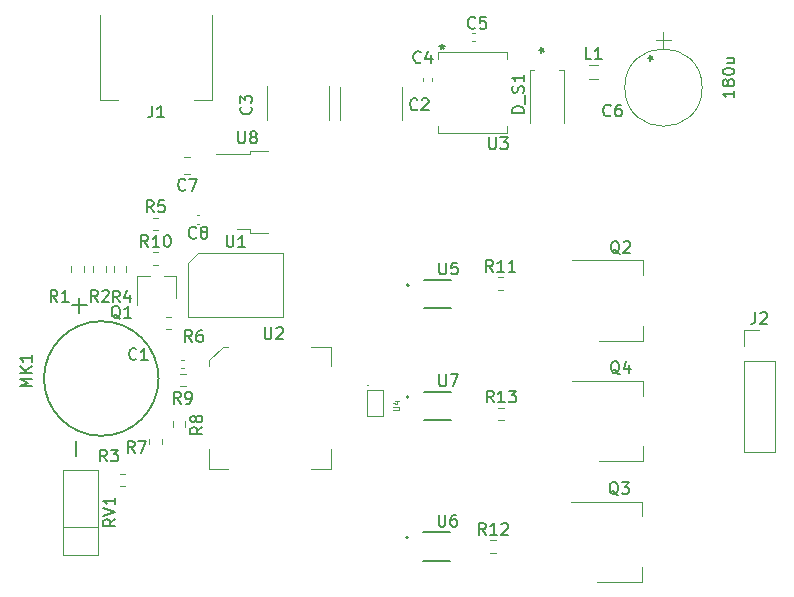
<source format=gto>
G04 #@! TF.GenerationSoftware,KiCad,Pcbnew,(6.0.1-0)*
G04 #@! TF.CreationDate,2022-05-03T07:14:09+06:00*
G04 #@! TF.ProjectId,Sound Sensor,536f756e-6420-4536-956e-736f722e6b69,rev?*
G04 #@! TF.SameCoordinates,Original*
G04 #@! TF.FileFunction,Legend,Top*
G04 #@! TF.FilePolarity,Positive*
%FSLAX46Y46*%
G04 Gerber Fmt 4.6, Leading zero omitted, Abs format (unit mm)*
G04 Created by KiCad (PCBNEW (6.0.1-0)) date 2022-05-03 07:14:09*
%MOMM*%
%LPD*%
G01*
G04 APERTURE LIST*
%ADD10C,0.150000*%
%ADD11C,0.050000*%
%ADD12C,0.120000*%
%ADD13C,0.127000*%
%ADD14C,0.200000*%
%ADD15C,0.100000*%
G04 APERTURE END LIST*
D10*
X177113333Y-132652380D02*
X176780000Y-132176190D01*
X176541904Y-132652380D02*
X176541904Y-131652380D01*
X176922857Y-131652380D01*
X177018095Y-131700000D01*
X177065714Y-131747619D01*
X177113333Y-131842857D01*
X177113333Y-131985714D01*
X177065714Y-132080952D01*
X177018095Y-132128571D01*
X176922857Y-132176190D01*
X176541904Y-132176190D01*
X177589523Y-132652380D02*
X177780000Y-132652380D01*
X177875238Y-132604761D01*
X177922857Y-132557142D01*
X178018095Y-132414285D01*
X178065714Y-132223809D01*
X178065714Y-131842857D01*
X178018095Y-131747619D01*
X177970476Y-131700000D01*
X177875238Y-131652380D01*
X177684761Y-131652380D01*
X177589523Y-131700000D01*
X177541904Y-131747619D01*
X177494285Y-131842857D01*
X177494285Y-132080952D01*
X177541904Y-132176190D01*
X177589523Y-132223809D01*
X177684761Y-132271428D01*
X177875238Y-132271428D01*
X177970476Y-132223809D01*
X178018095Y-132176190D01*
X178065714Y-132080952D01*
X202043333Y-100816142D02*
X201995714Y-100863761D01*
X201852857Y-100911380D01*
X201757619Y-100911380D01*
X201614761Y-100863761D01*
X201519523Y-100768523D01*
X201471904Y-100673285D01*
X201424285Y-100482809D01*
X201424285Y-100339952D01*
X201471904Y-100149476D01*
X201519523Y-100054238D01*
X201614761Y-99959000D01*
X201757619Y-99911380D01*
X201852857Y-99911380D01*
X201995714Y-99959000D01*
X202043333Y-100006619D01*
X202948095Y-99911380D02*
X202471904Y-99911380D01*
X202424285Y-100387571D01*
X202471904Y-100339952D01*
X202567142Y-100292333D01*
X202805238Y-100292333D01*
X202900476Y-100339952D01*
X202948095Y-100387571D01*
X202995714Y-100482809D01*
X202995714Y-100720904D01*
X202948095Y-100816142D01*
X202900476Y-100863761D01*
X202805238Y-100911380D01*
X202567142Y-100911380D01*
X202471904Y-100863761D01*
X202424285Y-100816142D01*
X171572380Y-142425238D02*
X171096190Y-142758571D01*
X171572380Y-142996666D02*
X170572380Y-142996666D01*
X170572380Y-142615714D01*
X170620000Y-142520476D01*
X170667619Y-142472857D01*
X170762857Y-142425238D01*
X170905714Y-142425238D01*
X171000952Y-142472857D01*
X171048571Y-142520476D01*
X171096190Y-142615714D01*
X171096190Y-142996666D01*
X170572380Y-142139523D02*
X171572380Y-141806190D01*
X170572380Y-141472857D01*
X171572380Y-140615714D02*
X171572380Y-141187142D01*
X171572380Y-140901428D02*
X170572380Y-140901428D01*
X170715238Y-140996666D01*
X170810476Y-141091904D01*
X170858095Y-141187142D01*
X178063333Y-127432380D02*
X177730000Y-126956190D01*
X177491904Y-127432380D02*
X177491904Y-126432380D01*
X177872857Y-126432380D01*
X177968095Y-126480000D01*
X178015714Y-126527619D01*
X178063333Y-126622857D01*
X178063333Y-126765714D01*
X178015714Y-126860952D01*
X177968095Y-126908571D01*
X177872857Y-126956190D01*
X177491904Y-126956190D01*
X178920476Y-126432380D02*
X178730000Y-126432380D01*
X178634761Y-126480000D01*
X178587142Y-126527619D01*
X178491904Y-126670476D01*
X178444285Y-126860952D01*
X178444285Y-127241904D01*
X178491904Y-127337142D01*
X178539523Y-127384761D01*
X178634761Y-127432380D01*
X178825238Y-127432380D01*
X178920476Y-127384761D01*
X178968095Y-127337142D01*
X179015714Y-127241904D01*
X179015714Y-127003809D01*
X178968095Y-126908571D01*
X178920476Y-126860952D01*
X178825238Y-126813333D01*
X178634761Y-126813333D01*
X178539523Y-126860952D01*
X178491904Y-126908571D01*
X178444285Y-127003809D01*
X180998095Y-118387380D02*
X180998095Y-119196904D01*
X181045714Y-119292142D01*
X181093333Y-119339761D01*
X181188571Y-119387380D01*
X181379047Y-119387380D01*
X181474285Y-119339761D01*
X181521904Y-119292142D01*
X181569523Y-119196904D01*
X181569523Y-118387380D01*
X182569523Y-119387380D02*
X181998095Y-119387380D01*
X182283809Y-119387380D02*
X182283809Y-118387380D01*
X182188571Y-118530238D01*
X182093333Y-118625476D01*
X181998095Y-118673095D01*
X183047142Y-107525666D02*
X183094761Y-107573285D01*
X183142380Y-107716142D01*
X183142380Y-107811380D01*
X183094761Y-107954238D01*
X182999523Y-108049476D01*
X182904285Y-108097095D01*
X182713809Y-108144714D01*
X182570952Y-108144714D01*
X182380476Y-108097095D01*
X182285238Y-108049476D01*
X182190000Y-107954238D01*
X182142380Y-107811380D01*
X182142380Y-107716142D01*
X182190000Y-107573285D01*
X182237619Y-107525666D01*
X182142380Y-107192333D02*
X182142380Y-106573285D01*
X182523333Y-106906619D01*
X182523333Y-106763761D01*
X182570952Y-106668523D01*
X182618571Y-106620904D01*
X182713809Y-106573285D01*
X182951904Y-106573285D01*
X183047142Y-106620904D01*
X183094761Y-106668523D01*
X183142380Y-106763761D01*
X183142380Y-107049476D01*
X183094761Y-107144714D01*
X183047142Y-107192333D01*
X197153333Y-107716142D02*
X197105714Y-107763761D01*
X196962857Y-107811380D01*
X196867619Y-107811380D01*
X196724761Y-107763761D01*
X196629523Y-107668523D01*
X196581904Y-107573285D01*
X196534285Y-107382809D01*
X196534285Y-107239952D01*
X196581904Y-107049476D01*
X196629523Y-106954238D01*
X196724761Y-106859000D01*
X196867619Y-106811380D01*
X196962857Y-106811380D01*
X197105714Y-106859000D01*
X197153333Y-106906619D01*
X197534285Y-106906619D02*
X197581904Y-106859000D01*
X197677142Y-106811380D01*
X197915238Y-106811380D01*
X198010476Y-106859000D01*
X198058095Y-106906619D01*
X198105714Y-107001857D01*
X198105714Y-107097095D01*
X198058095Y-107239952D01*
X197486666Y-107811380D01*
X198105714Y-107811380D01*
X202937142Y-143762380D02*
X202603809Y-143286190D01*
X202365714Y-143762380D02*
X202365714Y-142762380D01*
X202746666Y-142762380D01*
X202841904Y-142810000D01*
X202889523Y-142857619D01*
X202937142Y-142952857D01*
X202937142Y-143095714D01*
X202889523Y-143190952D01*
X202841904Y-143238571D01*
X202746666Y-143286190D01*
X202365714Y-143286190D01*
X203889523Y-143762380D02*
X203318095Y-143762380D01*
X203603809Y-143762380D02*
X203603809Y-142762380D01*
X203508571Y-142905238D01*
X203413333Y-143000476D01*
X203318095Y-143048095D01*
X204270476Y-142857619D02*
X204318095Y-142810000D01*
X204413333Y-142762380D01*
X204651428Y-142762380D01*
X204746666Y-142810000D01*
X204794285Y-142857619D01*
X204841904Y-142952857D01*
X204841904Y-143048095D01*
X204794285Y-143190952D01*
X204222857Y-143762380D01*
X204841904Y-143762380D01*
X203228095Y-110102380D02*
X203228095Y-110911904D01*
X203275714Y-111007142D01*
X203323333Y-111054761D01*
X203418571Y-111102380D01*
X203609047Y-111102380D01*
X203704285Y-111054761D01*
X203751904Y-111007142D01*
X203799523Y-110911904D01*
X203799523Y-110102380D01*
X204180476Y-110102380D02*
X204799523Y-110102380D01*
X204466190Y-110483333D01*
X204609047Y-110483333D01*
X204704285Y-110530952D01*
X204751904Y-110578571D01*
X204799523Y-110673809D01*
X204799523Y-110911904D01*
X204751904Y-111007142D01*
X204704285Y-111054761D01*
X204609047Y-111102380D01*
X204323333Y-111102380D01*
X204228095Y-111054761D01*
X204180476Y-111007142D01*
X199260000Y-102192380D02*
X199260000Y-102430476D01*
X199021904Y-102335238D02*
X199260000Y-102430476D01*
X199498095Y-102335238D01*
X199117142Y-102620952D02*
X199260000Y-102430476D01*
X199402857Y-102620952D01*
X177503333Y-114517142D02*
X177455714Y-114564761D01*
X177312857Y-114612380D01*
X177217619Y-114612380D01*
X177074761Y-114564761D01*
X176979523Y-114469523D01*
X176931904Y-114374285D01*
X176884285Y-114183809D01*
X176884285Y-114040952D01*
X176931904Y-113850476D01*
X176979523Y-113755238D01*
X177074761Y-113660000D01*
X177217619Y-113612380D01*
X177312857Y-113612380D01*
X177455714Y-113660000D01*
X177503333Y-113707619D01*
X177836666Y-113612380D02*
X178503333Y-113612380D01*
X178074761Y-114612380D01*
X170083333Y-124032380D02*
X169750000Y-123556190D01*
X169511904Y-124032380D02*
X169511904Y-123032380D01*
X169892857Y-123032380D01*
X169988095Y-123080000D01*
X170035714Y-123127619D01*
X170083333Y-123222857D01*
X170083333Y-123365714D01*
X170035714Y-123460952D01*
X169988095Y-123508571D01*
X169892857Y-123556190D01*
X169511904Y-123556190D01*
X170464285Y-123127619D02*
X170511904Y-123080000D01*
X170607142Y-123032380D01*
X170845238Y-123032380D01*
X170940476Y-123080000D01*
X170988095Y-123127619D01*
X171035714Y-123222857D01*
X171035714Y-123318095D01*
X170988095Y-123460952D01*
X170416666Y-124032380D01*
X171035714Y-124032380D01*
X173353333Y-128867142D02*
X173305714Y-128914761D01*
X173162857Y-128962380D01*
X173067619Y-128962380D01*
X172924761Y-128914761D01*
X172829523Y-128819523D01*
X172781904Y-128724285D01*
X172734285Y-128533809D01*
X172734285Y-128390952D01*
X172781904Y-128200476D01*
X172829523Y-128105238D01*
X172924761Y-128010000D01*
X173067619Y-127962380D01*
X173162857Y-127962380D01*
X173305714Y-128010000D01*
X173353333Y-128057619D01*
X174305714Y-128962380D02*
X173734285Y-128962380D01*
X174020000Y-128962380D02*
X174020000Y-127962380D01*
X173924761Y-128105238D01*
X173829523Y-128200476D01*
X173734285Y-128248095D01*
X203607142Y-132542380D02*
X203273809Y-132066190D01*
X203035714Y-132542380D02*
X203035714Y-131542380D01*
X203416666Y-131542380D01*
X203511904Y-131590000D01*
X203559523Y-131637619D01*
X203607142Y-131732857D01*
X203607142Y-131875714D01*
X203559523Y-131970952D01*
X203511904Y-132018571D01*
X203416666Y-132066190D01*
X203035714Y-132066190D01*
X204559523Y-132542380D02*
X203988095Y-132542380D01*
X204273809Y-132542380D02*
X204273809Y-131542380D01*
X204178571Y-131685238D01*
X204083333Y-131780476D01*
X203988095Y-131828095D01*
X204892857Y-131542380D02*
X205511904Y-131542380D01*
X205178571Y-131923333D01*
X205321428Y-131923333D01*
X205416666Y-131970952D01*
X205464285Y-132018571D01*
X205511904Y-132113809D01*
X205511904Y-132351904D01*
X205464285Y-132447142D01*
X205416666Y-132494761D01*
X205321428Y-132542380D01*
X205035714Y-132542380D01*
X204940476Y-132494761D01*
X204892857Y-132447142D01*
X197433333Y-103726142D02*
X197385714Y-103773761D01*
X197242857Y-103821380D01*
X197147619Y-103821380D01*
X197004761Y-103773761D01*
X196909523Y-103678523D01*
X196861904Y-103583285D01*
X196814285Y-103392809D01*
X196814285Y-103249952D01*
X196861904Y-103059476D01*
X196909523Y-102964238D01*
X197004761Y-102869000D01*
X197147619Y-102821380D01*
X197242857Y-102821380D01*
X197385714Y-102869000D01*
X197433333Y-102916619D01*
X198290476Y-103154714D02*
X198290476Y-103821380D01*
X198052380Y-102773761D02*
X197814285Y-103488047D01*
X198433333Y-103488047D01*
X199013095Y-120707380D02*
X199013095Y-121516904D01*
X199060714Y-121612142D01*
X199108333Y-121659761D01*
X199203571Y-121707380D01*
X199394047Y-121707380D01*
X199489285Y-121659761D01*
X199536904Y-121612142D01*
X199584523Y-121516904D01*
X199584523Y-120707380D01*
X200536904Y-120707380D02*
X200060714Y-120707380D01*
X200013095Y-121183571D01*
X200060714Y-121135952D01*
X200155952Y-121088333D01*
X200394047Y-121088333D01*
X200489285Y-121135952D01*
X200536904Y-121183571D01*
X200584523Y-121278809D01*
X200584523Y-121516904D01*
X200536904Y-121612142D01*
X200489285Y-121659761D01*
X200394047Y-121707380D01*
X200155952Y-121707380D01*
X200060714Y-121659761D01*
X200013095Y-121612142D01*
X171933333Y-124082380D02*
X171600000Y-123606190D01*
X171361904Y-124082380D02*
X171361904Y-123082380D01*
X171742857Y-123082380D01*
X171838095Y-123130000D01*
X171885714Y-123177619D01*
X171933333Y-123272857D01*
X171933333Y-123415714D01*
X171885714Y-123510952D01*
X171838095Y-123558571D01*
X171742857Y-123606190D01*
X171361904Y-123606190D01*
X172790476Y-123415714D02*
X172790476Y-124082380D01*
X172552380Y-123034761D02*
X172314285Y-123749047D01*
X172933333Y-123749047D01*
X198953095Y-142057380D02*
X198953095Y-142866904D01*
X199000714Y-142962142D01*
X199048333Y-143009761D01*
X199143571Y-143057380D01*
X199334047Y-143057380D01*
X199429285Y-143009761D01*
X199476904Y-142962142D01*
X199524523Y-142866904D01*
X199524523Y-142057380D01*
X200429285Y-142057380D02*
X200238809Y-142057380D01*
X200143571Y-142105000D01*
X200095952Y-142152619D01*
X200000714Y-142295476D01*
X199953095Y-142485952D01*
X199953095Y-142866904D01*
X200000714Y-142962142D01*
X200048333Y-143009761D01*
X200143571Y-143057380D01*
X200334047Y-143057380D01*
X200429285Y-143009761D01*
X200476904Y-142962142D01*
X200524523Y-142866904D01*
X200524523Y-142628809D01*
X200476904Y-142533571D01*
X200429285Y-142485952D01*
X200334047Y-142438333D01*
X200143571Y-142438333D01*
X200048333Y-142485952D01*
X200000714Y-142533571D01*
X199953095Y-142628809D01*
X174696666Y-107412380D02*
X174696666Y-108126666D01*
X174649047Y-108269523D01*
X174553809Y-108364761D01*
X174410952Y-108412380D01*
X174315714Y-108412380D01*
X175696666Y-108412380D02*
X175125238Y-108412380D01*
X175410952Y-108412380D02*
X175410952Y-107412380D01*
X175315714Y-107555238D01*
X175220476Y-107650476D01*
X175125238Y-107698095D01*
X225766666Y-124902380D02*
X225766666Y-125616666D01*
X225719047Y-125759523D01*
X225623809Y-125854761D01*
X225480952Y-125902380D01*
X225385714Y-125902380D01*
X226195238Y-124997619D02*
X226242857Y-124950000D01*
X226338095Y-124902380D01*
X226576190Y-124902380D01*
X226671428Y-124950000D01*
X226719047Y-124997619D01*
X226766666Y-125092857D01*
X226766666Y-125188095D01*
X226719047Y-125330952D01*
X226147619Y-125902380D01*
X226766666Y-125902380D01*
X184218095Y-126192380D02*
X184218095Y-127001904D01*
X184265714Y-127097142D01*
X184313333Y-127144761D01*
X184408571Y-127192380D01*
X184599047Y-127192380D01*
X184694285Y-127144761D01*
X184741904Y-127097142D01*
X184789523Y-127001904D01*
X184789523Y-126192380D01*
X185218095Y-126287619D02*
X185265714Y-126240000D01*
X185360952Y-126192380D01*
X185599047Y-126192380D01*
X185694285Y-126240000D01*
X185741904Y-126287619D01*
X185789523Y-126382857D01*
X185789523Y-126478095D01*
X185741904Y-126620952D01*
X185170476Y-127192380D01*
X185789523Y-127192380D01*
X199013095Y-130167380D02*
X199013095Y-130976904D01*
X199060714Y-131072142D01*
X199108333Y-131119761D01*
X199203571Y-131167380D01*
X199394047Y-131167380D01*
X199489285Y-131119761D01*
X199536904Y-131072142D01*
X199584523Y-130976904D01*
X199584523Y-130167380D01*
X199965476Y-130167380D02*
X200632142Y-130167380D01*
X200203571Y-131167380D01*
X172004761Y-125467619D02*
X171909523Y-125420000D01*
X171814285Y-125324761D01*
X171671428Y-125181904D01*
X171576190Y-125134285D01*
X171480952Y-125134285D01*
X171528571Y-125372380D02*
X171433333Y-125324761D01*
X171338095Y-125229523D01*
X171290476Y-125039047D01*
X171290476Y-124705714D01*
X171338095Y-124515238D01*
X171433333Y-124420000D01*
X171528571Y-124372380D01*
X171719047Y-124372380D01*
X171814285Y-124420000D01*
X171909523Y-124515238D01*
X171957142Y-124705714D01*
X171957142Y-125039047D01*
X171909523Y-125229523D01*
X171814285Y-125324761D01*
X171719047Y-125372380D01*
X171528571Y-125372380D01*
X172909523Y-125372380D02*
X172338095Y-125372380D01*
X172623809Y-125372380D02*
X172623809Y-124372380D01*
X172528571Y-124515238D01*
X172433333Y-124610476D01*
X172338095Y-124658095D01*
X214154761Y-140397619D02*
X214059523Y-140350000D01*
X213964285Y-140254761D01*
X213821428Y-140111904D01*
X213726190Y-140064285D01*
X213630952Y-140064285D01*
X213678571Y-140302380D02*
X213583333Y-140254761D01*
X213488095Y-140159523D01*
X213440476Y-139969047D01*
X213440476Y-139635714D01*
X213488095Y-139445238D01*
X213583333Y-139350000D01*
X213678571Y-139302380D01*
X213869047Y-139302380D01*
X213964285Y-139350000D01*
X214059523Y-139445238D01*
X214107142Y-139635714D01*
X214107142Y-139969047D01*
X214059523Y-140159523D01*
X213964285Y-140254761D01*
X213869047Y-140302380D01*
X213678571Y-140302380D01*
X214440476Y-139302380D02*
X215059523Y-139302380D01*
X214726190Y-139683333D01*
X214869047Y-139683333D01*
X214964285Y-139730952D01*
X215011904Y-139778571D01*
X215059523Y-139873809D01*
X215059523Y-140111904D01*
X215011904Y-140207142D01*
X214964285Y-140254761D01*
X214869047Y-140302380D01*
X214583333Y-140302380D01*
X214488095Y-140254761D01*
X214440476Y-140207142D01*
X203537142Y-121502380D02*
X203203809Y-121026190D01*
X202965714Y-121502380D02*
X202965714Y-120502380D01*
X203346666Y-120502380D01*
X203441904Y-120550000D01*
X203489523Y-120597619D01*
X203537142Y-120692857D01*
X203537142Y-120835714D01*
X203489523Y-120930952D01*
X203441904Y-120978571D01*
X203346666Y-121026190D01*
X202965714Y-121026190D01*
X204489523Y-121502380D02*
X203918095Y-121502380D01*
X204203809Y-121502380D02*
X204203809Y-120502380D01*
X204108571Y-120645238D01*
X204013333Y-120740476D01*
X203918095Y-120788095D01*
X205441904Y-121502380D02*
X204870476Y-121502380D01*
X205156190Y-121502380D02*
X205156190Y-120502380D01*
X205060952Y-120645238D01*
X204965714Y-120740476D01*
X204870476Y-120788095D01*
X211893333Y-103471380D02*
X211417142Y-103471380D01*
X211417142Y-102471380D01*
X212750476Y-103471380D02*
X212179047Y-103471380D01*
X212464761Y-103471380D02*
X212464761Y-102471380D01*
X212369523Y-102614238D01*
X212274285Y-102709476D01*
X212179047Y-102757095D01*
D11*
X195106190Y-133200952D02*
X195510952Y-133200952D01*
X195558571Y-133177142D01*
X195582380Y-133153333D01*
X195606190Y-133105714D01*
X195606190Y-133010476D01*
X195582380Y-132962857D01*
X195558571Y-132939047D01*
X195510952Y-132915238D01*
X195106190Y-132915238D01*
X195272857Y-132462857D02*
X195606190Y-132462857D01*
X195082380Y-132581904D02*
X195439523Y-132700952D01*
X195439523Y-132391428D01*
D10*
X213513333Y-108236142D02*
X213465714Y-108283761D01*
X213322857Y-108331380D01*
X213227619Y-108331380D01*
X213084761Y-108283761D01*
X212989523Y-108188523D01*
X212941904Y-108093285D01*
X212894285Y-107902809D01*
X212894285Y-107759952D01*
X212941904Y-107569476D01*
X212989523Y-107474238D01*
X213084761Y-107379000D01*
X213227619Y-107331380D01*
X213322857Y-107331380D01*
X213465714Y-107379000D01*
X213513333Y-107426619D01*
X214370476Y-107331380D02*
X214180000Y-107331380D01*
X214084761Y-107379000D01*
X214037142Y-107426619D01*
X213941904Y-107569476D01*
X213894285Y-107759952D01*
X213894285Y-108140904D01*
X213941904Y-108236142D01*
X213989523Y-108283761D01*
X214084761Y-108331380D01*
X214275238Y-108331380D01*
X214370476Y-108283761D01*
X214418095Y-108236142D01*
X214465714Y-108140904D01*
X214465714Y-107902809D01*
X214418095Y-107807571D01*
X214370476Y-107759952D01*
X214275238Y-107712333D01*
X214084761Y-107712333D01*
X213989523Y-107759952D01*
X213941904Y-107807571D01*
X213894285Y-107902809D01*
X223992380Y-106159547D02*
X223992380Y-106730976D01*
X223992380Y-106445261D02*
X222992380Y-106445261D01*
X223135238Y-106540500D01*
X223230476Y-106635738D01*
X223278095Y-106730976D01*
X223420952Y-105588119D02*
X223373333Y-105683357D01*
X223325714Y-105730976D01*
X223230476Y-105778595D01*
X223182857Y-105778595D01*
X223087619Y-105730976D01*
X223040000Y-105683357D01*
X222992380Y-105588119D01*
X222992380Y-105397642D01*
X223040000Y-105302404D01*
X223087619Y-105254785D01*
X223182857Y-105207166D01*
X223230476Y-105207166D01*
X223325714Y-105254785D01*
X223373333Y-105302404D01*
X223420952Y-105397642D01*
X223420952Y-105588119D01*
X223468571Y-105683357D01*
X223516190Y-105730976D01*
X223611428Y-105778595D01*
X223801904Y-105778595D01*
X223897142Y-105730976D01*
X223944761Y-105683357D01*
X223992380Y-105588119D01*
X223992380Y-105397642D01*
X223944761Y-105302404D01*
X223897142Y-105254785D01*
X223801904Y-105207166D01*
X223611428Y-105207166D01*
X223516190Y-105254785D01*
X223468571Y-105302404D01*
X223420952Y-105397642D01*
X222992380Y-104588119D02*
X222992380Y-104492880D01*
X223040000Y-104397642D01*
X223087619Y-104350023D01*
X223182857Y-104302404D01*
X223373333Y-104254785D01*
X223611428Y-104254785D01*
X223801904Y-104302404D01*
X223897142Y-104350023D01*
X223944761Y-104397642D01*
X223992380Y-104492880D01*
X223992380Y-104588119D01*
X223944761Y-104683357D01*
X223897142Y-104730976D01*
X223801904Y-104778595D01*
X223611428Y-104826214D01*
X223373333Y-104826214D01*
X223182857Y-104778595D01*
X223087619Y-104730976D01*
X223040000Y-104683357D01*
X222992380Y-104588119D01*
X223325714Y-103397642D02*
X223992380Y-103397642D01*
X223325714Y-103826214D02*
X223849523Y-103826214D01*
X223944761Y-103778595D01*
X223992380Y-103683357D01*
X223992380Y-103540500D01*
X223944761Y-103445261D01*
X223897142Y-103397642D01*
X216682380Y-103370000D02*
X216920476Y-103370000D01*
X216825238Y-103608095D02*
X216920476Y-103370000D01*
X216825238Y-103131904D01*
X217110952Y-103512857D02*
X216920476Y-103370000D01*
X217110952Y-103227142D01*
X166673333Y-124032380D02*
X166340000Y-123556190D01*
X166101904Y-124032380D02*
X166101904Y-123032380D01*
X166482857Y-123032380D01*
X166578095Y-123080000D01*
X166625714Y-123127619D01*
X166673333Y-123222857D01*
X166673333Y-123365714D01*
X166625714Y-123460952D01*
X166578095Y-123508571D01*
X166482857Y-123556190D01*
X166101904Y-123556190D01*
X167625714Y-124032380D02*
X167054285Y-124032380D01*
X167340000Y-124032380D02*
X167340000Y-123032380D01*
X167244761Y-123175238D01*
X167149523Y-123270476D01*
X167054285Y-123318095D01*
X181978095Y-109612380D02*
X181978095Y-110421904D01*
X182025714Y-110517142D01*
X182073333Y-110564761D01*
X182168571Y-110612380D01*
X182359047Y-110612380D01*
X182454285Y-110564761D01*
X182501904Y-110517142D01*
X182549523Y-110421904D01*
X182549523Y-109612380D01*
X183168571Y-110040952D02*
X183073333Y-109993333D01*
X183025714Y-109945714D01*
X182978095Y-109850476D01*
X182978095Y-109802857D01*
X183025714Y-109707619D01*
X183073333Y-109660000D01*
X183168571Y-109612380D01*
X183359047Y-109612380D01*
X183454285Y-109660000D01*
X183501904Y-109707619D01*
X183549523Y-109802857D01*
X183549523Y-109850476D01*
X183501904Y-109945714D01*
X183454285Y-109993333D01*
X183359047Y-110040952D01*
X183168571Y-110040952D01*
X183073333Y-110088571D01*
X183025714Y-110136190D01*
X182978095Y-110231428D01*
X182978095Y-110421904D01*
X183025714Y-110517142D01*
X183073333Y-110564761D01*
X183168571Y-110612380D01*
X183359047Y-110612380D01*
X183454285Y-110564761D01*
X183501904Y-110517142D01*
X183549523Y-110421904D01*
X183549523Y-110231428D01*
X183501904Y-110136190D01*
X183454285Y-110088571D01*
X183359047Y-110040952D01*
X214274761Y-119987619D02*
X214179523Y-119940000D01*
X214084285Y-119844761D01*
X213941428Y-119701904D01*
X213846190Y-119654285D01*
X213750952Y-119654285D01*
X213798571Y-119892380D02*
X213703333Y-119844761D01*
X213608095Y-119749523D01*
X213560476Y-119559047D01*
X213560476Y-119225714D01*
X213608095Y-119035238D01*
X213703333Y-118940000D01*
X213798571Y-118892380D01*
X213989047Y-118892380D01*
X214084285Y-118940000D01*
X214179523Y-119035238D01*
X214227142Y-119225714D01*
X214227142Y-119559047D01*
X214179523Y-119749523D01*
X214084285Y-119844761D01*
X213989047Y-119892380D01*
X213798571Y-119892380D01*
X214608095Y-118987619D02*
X214655714Y-118940000D01*
X214750952Y-118892380D01*
X214989047Y-118892380D01*
X215084285Y-118940000D01*
X215131904Y-118987619D01*
X215179523Y-119082857D01*
X215179523Y-119178095D01*
X215131904Y-119320952D01*
X214560476Y-119892380D01*
X215179523Y-119892380D01*
X174813333Y-116442380D02*
X174480000Y-115966190D01*
X174241904Y-116442380D02*
X174241904Y-115442380D01*
X174622857Y-115442380D01*
X174718095Y-115490000D01*
X174765714Y-115537619D01*
X174813333Y-115632857D01*
X174813333Y-115775714D01*
X174765714Y-115870952D01*
X174718095Y-115918571D01*
X174622857Y-115966190D01*
X174241904Y-115966190D01*
X175718095Y-115442380D02*
X175241904Y-115442380D01*
X175194285Y-115918571D01*
X175241904Y-115870952D01*
X175337142Y-115823333D01*
X175575238Y-115823333D01*
X175670476Y-115870952D01*
X175718095Y-115918571D01*
X175765714Y-116013809D01*
X175765714Y-116251904D01*
X175718095Y-116347142D01*
X175670476Y-116394761D01*
X175575238Y-116442380D01*
X175337142Y-116442380D01*
X175241904Y-116394761D01*
X175194285Y-116347142D01*
X178423333Y-118577142D02*
X178375714Y-118624761D01*
X178232857Y-118672380D01*
X178137619Y-118672380D01*
X177994761Y-118624761D01*
X177899523Y-118529523D01*
X177851904Y-118434285D01*
X177804285Y-118243809D01*
X177804285Y-118100952D01*
X177851904Y-117910476D01*
X177899523Y-117815238D01*
X177994761Y-117720000D01*
X178137619Y-117672380D01*
X178232857Y-117672380D01*
X178375714Y-117720000D01*
X178423333Y-117767619D01*
X178994761Y-118100952D02*
X178899523Y-118053333D01*
X178851904Y-118005714D01*
X178804285Y-117910476D01*
X178804285Y-117862857D01*
X178851904Y-117767619D01*
X178899523Y-117720000D01*
X178994761Y-117672380D01*
X179185238Y-117672380D01*
X179280476Y-117720000D01*
X179328095Y-117767619D01*
X179375714Y-117862857D01*
X179375714Y-117910476D01*
X179328095Y-118005714D01*
X179280476Y-118053333D01*
X179185238Y-118100952D01*
X178994761Y-118100952D01*
X178899523Y-118148571D01*
X178851904Y-118196190D01*
X178804285Y-118291428D01*
X178804285Y-118481904D01*
X178851904Y-118577142D01*
X178899523Y-118624761D01*
X178994761Y-118672380D01*
X179185238Y-118672380D01*
X179280476Y-118624761D01*
X179328095Y-118577142D01*
X179375714Y-118481904D01*
X179375714Y-118291428D01*
X179328095Y-118196190D01*
X179280476Y-118148571D01*
X179185238Y-118100952D01*
X214274761Y-130167619D02*
X214179523Y-130120000D01*
X214084285Y-130024761D01*
X213941428Y-129881904D01*
X213846190Y-129834285D01*
X213750952Y-129834285D01*
X213798571Y-130072380D02*
X213703333Y-130024761D01*
X213608095Y-129929523D01*
X213560476Y-129739047D01*
X213560476Y-129405714D01*
X213608095Y-129215238D01*
X213703333Y-129120000D01*
X213798571Y-129072380D01*
X213989047Y-129072380D01*
X214084285Y-129120000D01*
X214179523Y-129215238D01*
X214227142Y-129405714D01*
X214227142Y-129739047D01*
X214179523Y-129929523D01*
X214084285Y-130024761D01*
X213989047Y-130072380D01*
X213798571Y-130072380D01*
X215084285Y-129405714D02*
X215084285Y-130072380D01*
X214846190Y-129024761D02*
X214608095Y-129739047D01*
X215227142Y-129739047D01*
X170873333Y-137542380D02*
X170540000Y-137066190D01*
X170301904Y-137542380D02*
X170301904Y-136542380D01*
X170682857Y-136542380D01*
X170778095Y-136590000D01*
X170825714Y-136637619D01*
X170873333Y-136732857D01*
X170873333Y-136875714D01*
X170825714Y-136970952D01*
X170778095Y-137018571D01*
X170682857Y-137066190D01*
X170301904Y-137066190D01*
X171206666Y-136542380D02*
X171825714Y-136542380D01*
X171492380Y-136923333D01*
X171635238Y-136923333D01*
X171730476Y-136970952D01*
X171778095Y-137018571D01*
X171825714Y-137113809D01*
X171825714Y-137351904D01*
X171778095Y-137447142D01*
X171730476Y-137494761D01*
X171635238Y-137542380D01*
X171349523Y-137542380D01*
X171254285Y-137494761D01*
X171206666Y-137447142D01*
X178942380Y-134626666D02*
X178466190Y-134960000D01*
X178942380Y-135198095D02*
X177942380Y-135198095D01*
X177942380Y-134817142D01*
X177990000Y-134721904D01*
X178037619Y-134674285D01*
X178132857Y-134626666D01*
X178275714Y-134626666D01*
X178370952Y-134674285D01*
X178418571Y-134721904D01*
X178466190Y-134817142D01*
X178466190Y-135198095D01*
X178370952Y-134055238D02*
X178323333Y-134150476D01*
X178275714Y-134198095D01*
X178180476Y-134245714D01*
X178132857Y-134245714D01*
X178037619Y-134198095D01*
X177990000Y-134150476D01*
X177942380Y-134055238D01*
X177942380Y-133864761D01*
X177990000Y-133769523D01*
X178037619Y-133721904D01*
X178132857Y-133674285D01*
X178180476Y-133674285D01*
X178275714Y-133721904D01*
X178323333Y-133769523D01*
X178370952Y-133864761D01*
X178370952Y-134055238D01*
X178418571Y-134150476D01*
X178466190Y-134198095D01*
X178561428Y-134245714D01*
X178751904Y-134245714D01*
X178847142Y-134198095D01*
X178894761Y-134150476D01*
X178942380Y-134055238D01*
X178942380Y-133864761D01*
X178894761Y-133769523D01*
X178847142Y-133721904D01*
X178751904Y-133674285D01*
X178561428Y-133674285D01*
X178466190Y-133721904D01*
X178418571Y-133769523D01*
X178370952Y-133864761D01*
X173203333Y-136837380D02*
X172870000Y-136361190D01*
X172631904Y-136837380D02*
X172631904Y-135837380D01*
X173012857Y-135837380D01*
X173108095Y-135885000D01*
X173155714Y-135932619D01*
X173203333Y-136027857D01*
X173203333Y-136170714D01*
X173155714Y-136265952D01*
X173108095Y-136313571D01*
X173012857Y-136361190D01*
X172631904Y-136361190D01*
X173536666Y-135837380D02*
X174203333Y-135837380D01*
X173774761Y-136837380D01*
X206172380Y-108045238D02*
X205172380Y-108045238D01*
X205172380Y-107807142D01*
X205220000Y-107664285D01*
X205315238Y-107569047D01*
X205410476Y-107521428D01*
X205600952Y-107473809D01*
X205743809Y-107473809D01*
X205934285Y-107521428D01*
X206029523Y-107569047D01*
X206124761Y-107664285D01*
X206172380Y-107807142D01*
X206172380Y-108045238D01*
X206267619Y-107283333D02*
X206267619Y-106521428D01*
X206124761Y-106330952D02*
X206172380Y-106188095D01*
X206172380Y-105950000D01*
X206124761Y-105854761D01*
X206077142Y-105807142D01*
X205981904Y-105759523D01*
X205886666Y-105759523D01*
X205791428Y-105807142D01*
X205743809Y-105854761D01*
X205696190Y-105950000D01*
X205648571Y-106140476D01*
X205600952Y-106235714D01*
X205553333Y-106283333D01*
X205458095Y-106330952D01*
X205362857Y-106330952D01*
X205267619Y-106283333D01*
X205220000Y-106235714D01*
X205172380Y-106140476D01*
X205172380Y-105902380D01*
X205220000Y-105759523D01*
X206172380Y-104807142D02*
X206172380Y-105378571D01*
X206172380Y-105092857D02*
X205172380Y-105092857D01*
X205315238Y-105188095D01*
X205410476Y-105283333D01*
X205458095Y-105378571D01*
X207482380Y-102720000D02*
X207720476Y-102720000D01*
X207625238Y-102958095D02*
X207720476Y-102720000D01*
X207625238Y-102481904D01*
X207910952Y-102862857D02*
X207720476Y-102720000D01*
X207910952Y-102577142D01*
X164492380Y-131199523D02*
X163492380Y-131199523D01*
X164206666Y-130866190D01*
X163492380Y-130532857D01*
X164492380Y-130532857D01*
X164492380Y-130056666D02*
X163492380Y-130056666D01*
X164492380Y-129485238D02*
X163920952Y-129913809D01*
X163492380Y-129485238D02*
X164063809Y-130056666D01*
X164492380Y-128532857D02*
X164492380Y-129104285D01*
X164492380Y-128818571D02*
X163492380Y-128818571D01*
X163635238Y-128913809D01*
X163730476Y-129009047D01*
X163778095Y-129104285D01*
X174347142Y-119392380D02*
X174013809Y-118916190D01*
X173775714Y-119392380D02*
X173775714Y-118392380D01*
X174156666Y-118392380D01*
X174251904Y-118440000D01*
X174299523Y-118487619D01*
X174347142Y-118582857D01*
X174347142Y-118725714D01*
X174299523Y-118820952D01*
X174251904Y-118868571D01*
X174156666Y-118916190D01*
X173775714Y-118916190D01*
X175299523Y-119392380D02*
X174728095Y-119392380D01*
X175013809Y-119392380D02*
X175013809Y-118392380D01*
X174918571Y-118535238D01*
X174823333Y-118630476D01*
X174728095Y-118678095D01*
X175918571Y-118392380D02*
X176013809Y-118392380D01*
X176109047Y-118440000D01*
X176156666Y-118487619D01*
X176204285Y-118582857D01*
X176251904Y-118773333D01*
X176251904Y-119011428D01*
X176204285Y-119201904D01*
X176156666Y-119297142D01*
X176109047Y-119344761D01*
X176013809Y-119392380D01*
X175918571Y-119392380D01*
X175823333Y-119344761D01*
X175775714Y-119297142D01*
X175728095Y-119201904D01*
X175680476Y-119011428D01*
X175680476Y-118773333D01*
X175728095Y-118582857D01*
X175775714Y-118487619D01*
X175823333Y-118440000D01*
X175918571Y-118392380D01*
D12*
X177527258Y-130147500D02*
X177052742Y-130147500D01*
X177527258Y-131192500D02*
X177052742Y-131192500D01*
X202017836Y-101249000D02*
X201802164Y-101249000D01*
X202017836Y-101969000D02*
X201802164Y-101969000D01*
X170120000Y-145430000D02*
X167120000Y-145430000D01*
X167120000Y-138230000D02*
X170120000Y-138230000D01*
X167120000Y-143080000D02*
X170120000Y-143080000D01*
X170120000Y-138230000D02*
X170120000Y-145430000D01*
X167120000Y-145430000D02*
X167120000Y-138230000D01*
X176307258Y-125327500D02*
X175832742Y-125327500D01*
X176307258Y-126372500D02*
X175832742Y-126372500D01*
X185760000Y-119935000D02*
X185760000Y-125345000D01*
X185760000Y-125345000D02*
X177760000Y-125345000D01*
X177760000Y-120735000D02*
X178560000Y-119935000D01*
X178560000Y-119935000D02*
X185760000Y-119935000D01*
X177760000Y-125345000D02*
X177760000Y-120735000D01*
X184410000Y-105773252D02*
X184410000Y-108604748D01*
X189630000Y-105773252D02*
X189630000Y-108604748D01*
X190600000Y-105803252D02*
X190600000Y-108634748D01*
X195820000Y-105803252D02*
X195820000Y-108634748D01*
X203342742Y-145262500D02*
X203817258Y-145262500D01*
X203342742Y-144217500D02*
X203817258Y-144217500D01*
X198886300Y-109719000D02*
X204753700Y-109719000D01*
X204753700Y-109719000D02*
X204753700Y-109126930D01*
X204753700Y-103453070D02*
X204753700Y-102861000D01*
X204753700Y-102861000D02*
X198886300Y-102861000D01*
X198886300Y-102861000D02*
X198886300Y-103453070D01*
X198886300Y-109126930D02*
X198886300Y-109719000D01*
X177931252Y-111745000D02*
X177408748Y-111745000D01*
X177931252Y-113215000D02*
X177408748Y-113215000D01*
X169717500Y-120992742D02*
X169717500Y-121467258D01*
X170762500Y-120992742D02*
X170762500Y-121467258D01*
X177162164Y-129670000D02*
X177377836Y-129670000D01*
X177162164Y-128950000D02*
X177377836Y-128950000D01*
X204012742Y-134042500D02*
X204487258Y-134042500D01*
X204012742Y-132997500D02*
X204487258Y-132997500D01*
X197630000Y-105101164D02*
X197630000Y-105316836D01*
X198350000Y-105101164D02*
X198350000Y-105316836D01*
D13*
X197700000Y-122185000D02*
X200000000Y-122185000D01*
X197700000Y-124595000D02*
X200000000Y-124595000D01*
D14*
X196425000Y-122640000D02*
G75*
G03*
X196425000Y-122640000I-100000J0D01*
G01*
D12*
X171477500Y-120992742D02*
X171477500Y-121467258D01*
X172522500Y-120992742D02*
X172522500Y-121467258D01*
D13*
X197640000Y-143535000D02*
X199940000Y-143535000D01*
X197640000Y-145945000D02*
X199940000Y-145945000D01*
D14*
X196365000Y-143990000D02*
G75*
G03*
X196365000Y-143990000I-100000J0D01*
G01*
D12*
X171780000Y-106970000D02*
X170280000Y-106970000D01*
X179780000Y-106970000D02*
X179780000Y-99710000D01*
X179780000Y-106970000D02*
X178280000Y-106970000D01*
X170280000Y-106970000D02*
X170280000Y-99710000D01*
X227430000Y-129050000D02*
X227430000Y-136730000D01*
X224770000Y-127780000D02*
X224770000Y-126450000D01*
X224770000Y-136730000D02*
X227430000Y-136730000D01*
X224770000Y-129050000D02*
X227430000Y-129050000D01*
X224770000Y-126450000D02*
X226100000Y-126450000D01*
X224770000Y-129050000D02*
X224770000Y-136730000D01*
D15*
X189835000Y-127845000D02*
X189835000Y-129495000D01*
X180655000Y-127845000D02*
X179505000Y-128995000D01*
X181155000Y-127845000D02*
X180655000Y-127845000D01*
X188185000Y-127845000D02*
X189835000Y-127845000D01*
X179505000Y-138175000D02*
X179505000Y-136525000D01*
X188185000Y-138175000D02*
X189835000Y-138175000D01*
X181155000Y-138175000D02*
X179505000Y-138175000D01*
X189835000Y-138175000D02*
X189835000Y-136525000D01*
X179505000Y-128995000D02*
X179505000Y-129495000D01*
D13*
X197700000Y-131645000D02*
X200000000Y-131645000D01*
X197700000Y-134055000D02*
X200000000Y-134055000D01*
D14*
X196425000Y-132100000D02*
G75*
G03*
X196425000Y-132100000I-100000J0D01*
G01*
D12*
X173430000Y-124280000D02*
X173430000Y-121880000D01*
X176730000Y-123680000D02*
X176730000Y-121880000D01*
X176730000Y-121880000D02*
X175680000Y-121880000D01*
X173430000Y-121880000D02*
X174480000Y-121880000D01*
X210150000Y-140940000D02*
X216160000Y-140940000D01*
X216160000Y-140940000D02*
X216160000Y-142200000D01*
X216160000Y-147760000D02*
X216160000Y-146500000D01*
X212400000Y-147760000D02*
X216160000Y-147760000D01*
X203942742Y-123002500D02*
X204417258Y-123002500D01*
X203942742Y-121957500D02*
X204417258Y-121957500D01*
X211660378Y-104009000D02*
X212459622Y-104009000D01*
X211660378Y-105129000D02*
X212459622Y-105129000D01*
D11*
X194280000Y-131520000D02*
X192880000Y-131520000D01*
X192880000Y-133720000D02*
X192880000Y-131520000D01*
X194280000Y-133720000D02*
X192880000Y-133720000D01*
X194280000Y-131520000D02*
X194280000Y-133720000D01*
D14*
X192980001Y-131120000D02*
G75*
G03*
X192980001Y-131120000I-1J0D01*
G01*
D12*
X218625000Y-101851900D02*
X217355000Y-101851900D01*
X217990000Y-101216900D02*
X217990000Y-102486900D01*
X221266600Y-105890500D02*
G75*
G03*
X221266600Y-105890500I-3276600J0D01*
G01*
X167857500Y-121012742D02*
X167857500Y-121487258D01*
X168902500Y-121012742D02*
X168902500Y-121487258D01*
X184472500Y-118167500D02*
X182972500Y-118167500D01*
X182972500Y-111537500D02*
X180142500Y-111537500D01*
X182972500Y-117897500D02*
X181872500Y-117897500D01*
X182972500Y-111267500D02*
X182972500Y-111537500D01*
X184472500Y-111267500D02*
X182972500Y-111267500D01*
X182972500Y-118167500D02*
X182972500Y-117897500D01*
X210270000Y-120530000D02*
X216280000Y-120530000D01*
X216280000Y-120530000D02*
X216280000Y-121790000D01*
X216280000Y-127350000D02*
X216280000Y-126090000D01*
X212520000Y-127350000D02*
X216280000Y-127350000D01*
X174742742Y-117942500D02*
X175217258Y-117942500D01*
X174742742Y-116897500D02*
X175217258Y-116897500D01*
X178697836Y-116700000D02*
X178482164Y-116700000D01*
X178697836Y-117420000D02*
X178482164Y-117420000D01*
X210270000Y-130710000D02*
X216280000Y-130710000D01*
X216280000Y-130710000D02*
X216280000Y-131970000D01*
X216280000Y-137530000D02*
X216280000Y-136270000D01*
X212520000Y-137530000D02*
X216280000Y-137530000D01*
X172437258Y-138617500D02*
X171962742Y-138617500D01*
X172437258Y-139662500D02*
X171962742Y-139662500D01*
X176427500Y-134142742D02*
X176427500Y-134617258D01*
X177472500Y-134142742D02*
X177472500Y-134617258D01*
X175502500Y-136107258D02*
X175502500Y-135632742D01*
X174457500Y-136107258D02*
X174457500Y-135632742D01*
X207046810Y-104405000D02*
X206655650Y-104405000D01*
X209551250Y-108900800D02*
X209551250Y-104405000D01*
X209551250Y-104405000D02*
X209160090Y-104405000D01*
X206655650Y-104405000D02*
X206655650Y-108900800D01*
D13*
X168255000Y-137105000D02*
X168255000Y-135835000D01*
X167870000Y-124330000D02*
X169140000Y-124330000D01*
X168505000Y-124965000D02*
X168505000Y-123695000D01*
X175240000Y-130525000D02*
G75*
G03*
X175240000Y-130525000I-4850000J0D01*
G01*
D12*
X174752742Y-120892500D02*
X175227258Y-120892500D01*
X174752742Y-119847500D02*
X175227258Y-119847500D01*
M02*

</source>
